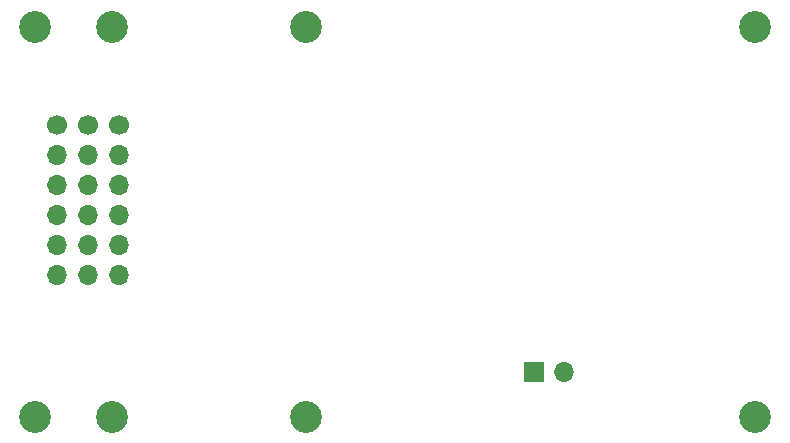
<source format=gbr>
%TF.GenerationSoftware,KiCad,Pcbnew,8.0.0*%
%TF.CreationDate,2024-11-10T13:42:00+01:00*%
%TF.ProjectId,polarizing_coil_driver,706f6c61-7269-47a6-996e-675f636f696c,rev?*%
%TF.SameCoordinates,Original*%
%TF.FileFunction,Soldermask,Bot*%
%TF.FilePolarity,Negative*%
%FSLAX46Y46*%
G04 Gerber Fmt 4.6, Leading zero omitted, Abs format (unit mm)*
G04 Created by KiCad (PCBNEW 8.0.0) date 2024-11-10 13:42:00*
%MOMM*%
%LPD*%
G01*
G04 APERTURE LIST*
%ADD10C,2.700000*%
%ADD11C,1.700000*%
%ADD12O,1.700000X1.700000*%
%ADD13R,1.700000X1.700000*%
G04 APERTURE END LIST*
D10*
%TO.C,H3*%
X126500000Y-103500000D03*
%TD*%
D11*
%TO.C,J4*%
X105400000Y-111813245D03*
D12*
X105400000Y-114353245D03*
X105400000Y-116893245D03*
X105400000Y-119433245D03*
X105400000Y-121973245D03*
X105400000Y-124513245D03*
%TD*%
D10*
%TO.C,H2*%
X103500000Y-136500000D03*
%TD*%
%TO.C,H4*%
X164500000Y-136500000D03*
%TD*%
%TO.C,H1*%
X103500000Y-103500000D03*
%TD*%
D11*
%TO.C,J3*%
X108000000Y-111813245D03*
D12*
X108000000Y-114353245D03*
X108000000Y-116893245D03*
X108000000Y-119433245D03*
X108000000Y-121973245D03*
X108000000Y-124513245D03*
%TD*%
D10*
%TO.C,H5*%
X126500000Y-136500000D03*
%TD*%
%TO.C,H8*%
X164500000Y-103500000D03*
%TD*%
D13*
%TO.C,J1*%
X145760000Y-132700000D03*
D12*
X148300000Y-132700000D03*
%TD*%
D10*
%TO.C,H7*%
X110000000Y-136500000D03*
%TD*%
D11*
%TO.C,J2*%
X110600000Y-111813245D03*
D12*
X110600000Y-114353245D03*
X110600000Y-116893245D03*
X110600000Y-119433245D03*
X110600000Y-121973245D03*
X110600000Y-124513245D03*
%TD*%
D10*
%TO.C,H6*%
X110000000Y-103500000D03*
%TD*%
M02*

</source>
